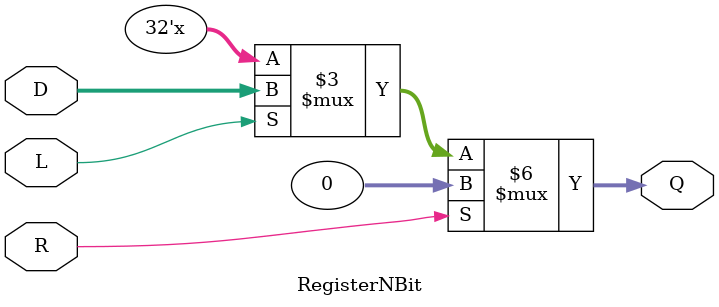
<source format=v>
/* A N bit Register that can specified to
 * any bit width.
 *
 * Author: Bradley Gathers
 * Date: 2/13/2022
*/
module RegisterNBit(Q,D,L,R);
	// I/O and Parameters
	parameter N = 32;
	
	output reg [N-1:0]Q;
	input [N-1:0]D;
	input L;
	input R;
	
	//Synchronous Logic Loop
	always @(*) begin
		if (R) Q <= 0;
		else if (L) Q<= D;
		else Q <= Q;
	end
endmodule
</source>
